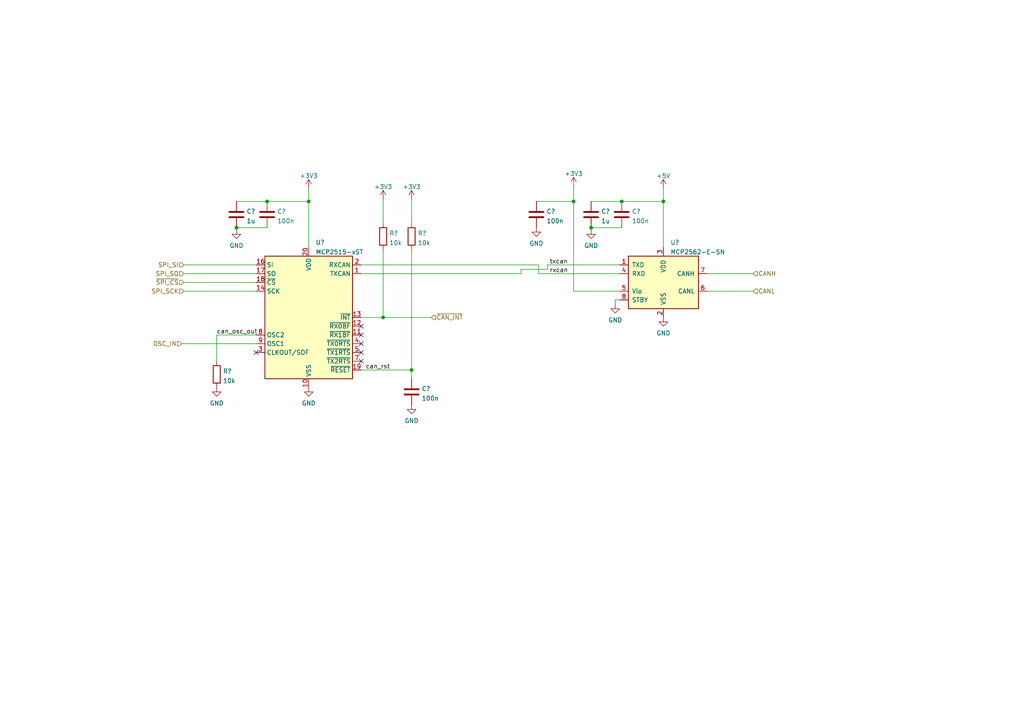
<source format=kicad_sch>
(kicad_sch (version 20211123) (generator eeschema)

  (uuid 150514bf-d99a-4bb0-a0fe-bdcc8a233933)

  (paper "A4")

  (lib_symbols
    (symbol "Device:C" (pin_numbers hide) (pin_names (offset 0.254)) (in_bom yes) (on_board yes)
      (property "Reference" "C" (id 0) (at 0.635 2.54 0)
        (effects (font (size 1.27 1.27)) (justify left))
      )
      (property "Value" "C" (id 1) (at 0.635 -2.54 0)
        (effects (font (size 1.27 1.27)) (justify left))
      )
      (property "Footprint" "" (id 2) (at 0.9652 -3.81 0)
        (effects (font (size 1.27 1.27)) hide)
      )
      (property "Datasheet" "~" (id 3) (at 0 0 0)
        (effects (font (size 1.27 1.27)) hide)
      )
      (property "ki_keywords" "cap capacitor" (id 4) (at 0 0 0)
        (effects (font (size 1.27 1.27)) hide)
      )
      (property "ki_description" "Unpolarized capacitor" (id 5) (at 0 0 0)
        (effects (font (size 1.27 1.27)) hide)
      )
      (property "ki_fp_filters" "C_*" (id 6) (at 0 0 0)
        (effects (font (size 1.27 1.27)) hide)
      )
      (symbol "C_0_1"
        (polyline
          (pts
            (xy -2.032 -0.762)
            (xy 2.032 -0.762)
          )
          (stroke (width 0.508) (type default) (color 0 0 0 0))
          (fill (type none))
        )
        (polyline
          (pts
            (xy -2.032 0.762)
            (xy 2.032 0.762)
          )
          (stroke (width 0.508) (type default) (color 0 0 0 0))
          (fill (type none))
        )
      )
      (symbol "C_1_1"
        (pin passive line (at 0 3.81 270) (length 2.794)
          (name "~" (effects (font (size 1.27 1.27))))
          (number "1" (effects (font (size 1.27 1.27))))
        )
        (pin passive line (at 0 -3.81 90) (length 2.794)
          (name "~" (effects (font (size 1.27 1.27))))
          (number "2" (effects (font (size 1.27 1.27))))
        )
      )
    )
    (symbol "Device:R" (pin_numbers hide) (pin_names (offset 0)) (in_bom yes) (on_board yes)
      (property "Reference" "R" (id 0) (at 2.032 0 90)
        (effects (font (size 1.27 1.27)))
      )
      (property "Value" "R" (id 1) (at 0 0 90)
        (effects (font (size 1.27 1.27)))
      )
      (property "Footprint" "" (id 2) (at -1.778 0 90)
        (effects (font (size 1.27 1.27)) hide)
      )
      (property "Datasheet" "~" (id 3) (at 0 0 0)
        (effects (font (size 1.27 1.27)) hide)
      )
      (property "ki_keywords" "R res resistor" (id 4) (at 0 0 0)
        (effects (font (size 1.27 1.27)) hide)
      )
      (property "ki_description" "Resistor" (id 5) (at 0 0 0)
        (effects (font (size 1.27 1.27)) hide)
      )
      (property "ki_fp_filters" "R_*" (id 6) (at 0 0 0)
        (effects (font (size 1.27 1.27)) hide)
      )
      (symbol "R_0_1"
        (rectangle (start -1.016 -2.54) (end 1.016 2.54)
          (stroke (width 0.254) (type default) (color 0 0 0 0))
          (fill (type none))
        )
      )
      (symbol "R_1_1"
        (pin passive line (at 0 3.81 270) (length 1.27)
          (name "~" (effects (font (size 1.27 1.27))))
          (number "1" (effects (font (size 1.27 1.27))))
        )
        (pin passive line (at 0 -3.81 90) (length 1.27)
          (name "~" (effects (font (size 1.27 1.27))))
          (number "2" (effects (font (size 1.27 1.27))))
        )
      )
    )
    (symbol "Interface_CAN_LIN:MCP2515-xST" (in_bom yes) (on_board yes)
      (property "Reference" "U" (id 0) (at -10.16 19.685 0)
        (effects (font (size 1.27 1.27)) (justify right))
      )
      (property "Value" "MCP2515-xST" (id 1) (at 19.05 20.32 0)
        (effects (font (size 1.27 1.27)) (justify right top))
      )
      (property "Footprint" "Package_SO:TSSOP-20_4.4x6.5mm_P0.65mm" (id 2) (at 0 -22.86 0)
        (effects (font (size 1.27 1.27) italic) hide)
      )
      (property "Datasheet" "http://ww1.microchip.com/downloads/en/DeviceDoc/21801e.pdf" (id 3) (at 2.54 -20.32 0)
        (effects (font (size 1.27 1.27)) hide)
      )
      (property "ki_keywords" "CAN Controller SPI" (id 4) (at 0 0 0)
        (effects (font (size 1.27 1.27)) hide)
      )
      (property "ki_description" "Stand-Alone CAN Controller with SPI Interface, TSSOP-20" (id 5) (at 0 0 0)
        (effects (font (size 1.27 1.27)) hide)
      )
      (property "ki_fp_filters" "TSSOP*4.4x6.5mm*P0.65mm*" (id 6) (at 0 0 0)
        (effects (font (size 1.27 1.27)) hide)
      )
      (symbol "MCP2515-xST_0_1"
        (rectangle (start -12.7 17.78) (end 12.7 -17.78)
          (stroke (width 0.254) (type default) (color 0 0 0 0))
          (fill (type background))
        )
      )
      (symbol "MCP2515-xST_1_1"
        (pin output line (at 15.24 12.7 180) (length 2.54)
          (name "TXCAN" (effects (font (size 1.27 1.27))))
          (number "1" (effects (font (size 1.27 1.27))))
        )
        (pin power_in line (at 0 -20.32 90) (length 2.54)
          (name "VSS" (effects (font (size 1.27 1.27))))
          (number "10" (effects (font (size 1.27 1.27))))
        )
        (pin output line (at 15.24 -5.08 180) (length 2.54)
          (name "~{RX1BF}" (effects (font (size 1.27 1.27))))
          (number "11" (effects (font (size 1.27 1.27))))
        )
        (pin output line (at 15.24 -2.54 180) (length 2.54)
          (name "~{RX0BF}" (effects (font (size 1.27 1.27))))
          (number "12" (effects (font (size 1.27 1.27))))
        )
        (pin output line (at 15.24 0 180) (length 2.54)
          (name "~{INT}" (effects (font (size 1.27 1.27))))
          (number "13" (effects (font (size 1.27 1.27))))
        )
        (pin input line (at -15.24 7.62 0) (length 2.54)
          (name "SCK" (effects (font (size 1.27 1.27))))
          (number "14" (effects (font (size 1.27 1.27))))
        )
        (pin no_connect line (at -12.7 -2.54 0) (length 2.54) hide
          (name "NC" (effects (font (size 1.27 1.27))))
          (number "15" (effects (font (size 1.27 1.27))))
        )
        (pin input line (at -15.24 15.24 0) (length 2.54)
          (name "SI" (effects (font (size 1.27 1.27))))
          (number "16" (effects (font (size 1.27 1.27))))
        )
        (pin output line (at -15.24 12.7 0) (length 2.54)
          (name "SO" (effects (font (size 1.27 1.27))))
          (number "17" (effects (font (size 1.27 1.27))))
        )
        (pin input line (at -15.24 10.16 0) (length 2.54)
          (name "~{CS}" (effects (font (size 1.27 1.27))))
          (number "18" (effects (font (size 1.27 1.27))))
        )
        (pin input line (at 15.24 -15.24 180) (length 2.54)
          (name "~{RESET}" (effects (font (size 1.27 1.27))))
          (number "19" (effects (font (size 1.27 1.27))))
        )
        (pin input line (at 15.24 15.24 180) (length 2.54)
          (name "RXCAN" (effects (font (size 1.27 1.27))))
          (number "2" (effects (font (size 1.27 1.27))))
        )
        (pin power_in line (at 0 20.32 270) (length 2.54)
          (name "VDD" (effects (font (size 1.27 1.27))))
          (number "20" (effects (font (size 1.27 1.27))))
        )
        (pin output line (at -15.24 -10.16 0) (length 2.54)
          (name "CLKOUT/SOF" (effects (font (size 1.27 1.27))))
          (number "3" (effects (font (size 1.27 1.27))))
        )
        (pin input line (at 15.24 -7.62 180) (length 2.54)
          (name "~{TX0RTS}" (effects (font (size 1.27 1.27))))
          (number "4" (effects (font (size 1.27 1.27))))
        )
        (pin input line (at 15.24 -10.16 180) (length 2.54)
          (name "~{TX1RTS}" (effects (font (size 1.27 1.27))))
          (number "5" (effects (font (size 1.27 1.27))))
        )
        (pin no_connect line (at -12.7 0 0) (length 2.54) hide
          (name "NC" (effects (font (size 1.27 1.27))))
          (number "6" (effects (font (size 1.27 1.27))))
        )
        (pin input line (at 15.24 -12.7 180) (length 2.54)
          (name "~{TX2RTS}" (effects (font (size 1.27 1.27))))
          (number "7" (effects (font (size 1.27 1.27))))
        )
        (pin output line (at -15.24 -5.08 0) (length 2.54)
          (name "OSC2" (effects (font (size 1.27 1.27))))
          (number "8" (effects (font (size 1.27 1.27))))
        )
        (pin input line (at -15.24 -7.62 0) (length 2.54)
          (name "OSC1" (effects (font (size 1.27 1.27))))
          (number "9" (effects (font (size 1.27 1.27))))
        )
      )
    )
    (symbol "Interface_CAN_LIN:MCP2562-E-SN" (pin_names (offset 1.016)) (in_bom yes) (on_board yes)
      (property "Reference" "U" (id 0) (at -10.16 8.89 0)
        (effects (font (size 1.27 1.27)) (justify left))
      )
      (property "Value" "MCP2562-E-SN" (id 1) (at 2.54 8.89 0)
        (effects (font (size 1.27 1.27)) (justify left))
      )
      (property "Footprint" "Package_SO:SOIC-8_3.9x4.9mm_P1.27mm" (id 2) (at 0 -12.7 0)
        (effects (font (size 1.27 1.27) italic) hide)
      )
      (property "Datasheet" "http://ww1.microchip.com/downloads/en/DeviceDoc/25167A.pdf" (id 3) (at 0 0 0)
        (effects (font (size 1.27 1.27)) hide)
      )
      (property "ki_keywords" "High-Speed CAN Transceiver" (id 4) (at 0 0 0)
        (effects (font (size 1.27 1.27)) hide)
      )
      (property "ki_description" "High-Speed CAN Transceiver, 1Mbps, 5V supply, Vio pin, -40C to +125C, SOIC-8" (id 5) (at 0 0 0)
        (effects (font (size 1.27 1.27)) hide)
      )
      (property "ki_fp_filters" "SOIC*3.9x4.9mm*P1.27mm*" (id 6) (at 0 0 0)
        (effects (font (size 1.27 1.27)) hide)
      )
      (symbol "MCP2562-E-SN_0_1"
        (rectangle (start -10.16 7.62) (end 10.16 -7.62)
          (stroke (width 0.254) (type default) (color 0 0 0 0))
          (fill (type background))
        )
      )
      (symbol "MCP2562-E-SN_1_1"
        (pin input line (at -12.7 5.08 0) (length 2.54)
          (name "TXD" (effects (font (size 1.27 1.27))))
          (number "1" (effects (font (size 1.27 1.27))))
        )
        (pin power_in line (at 0 -10.16 90) (length 2.54)
          (name "VSS" (effects (font (size 1.27 1.27))))
          (number "2" (effects (font (size 1.27 1.27))))
        )
        (pin power_in line (at 0 10.16 270) (length 2.54)
          (name "VDD" (effects (font (size 1.27 1.27))))
          (number "3" (effects (font (size 1.27 1.27))))
        )
        (pin output line (at -12.7 2.54 0) (length 2.54)
          (name "RXD" (effects (font (size 1.27 1.27))))
          (number "4" (effects (font (size 1.27 1.27))))
        )
        (pin power_in line (at -12.7 -2.54 0) (length 2.54)
          (name "Vio" (effects (font (size 1.27 1.27))))
          (number "5" (effects (font (size 1.27 1.27))))
        )
        (pin bidirectional line (at 12.7 -2.54 180) (length 2.54)
          (name "CANL" (effects (font (size 1.27 1.27))))
          (number "6" (effects (font (size 1.27 1.27))))
        )
        (pin bidirectional line (at 12.7 2.54 180) (length 2.54)
          (name "CANH" (effects (font (size 1.27 1.27))))
          (number "7" (effects (font (size 1.27 1.27))))
        )
        (pin input line (at -12.7 -5.08 0) (length 2.54)
          (name "STBY" (effects (font (size 1.27 1.27))))
          (number "8" (effects (font (size 1.27 1.27))))
        )
      )
    )
    (symbol "power:+3.3V" (power) (pin_names (offset 0)) (in_bom yes) (on_board yes)
      (property "Reference" "#PWR" (id 0) (at 0 -3.81 0)
        (effects (font (size 1.27 1.27)) hide)
      )
      (property "Value" "+3.3V" (id 1) (at 0 3.556 0)
        (effects (font (size 1.27 1.27)))
      )
      (property "Footprint" "" (id 2) (at 0 0 0)
        (effects (font (size 1.27 1.27)) hide)
      )
      (property "Datasheet" "" (id 3) (at 0 0 0)
        (effects (font (size 1.27 1.27)) hide)
      )
      (property "ki_keywords" "power-flag" (id 4) (at 0 0 0)
        (effects (font (size 1.27 1.27)) hide)
      )
      (property "ki_description" "Power symbol creates a global label with name \"+3.3V\"" (id 5) (at 0 0 0)
        (effects (font (size 1.27 1.27)) hide)
      )
      (symbol "+3.3V_0_1"
        (polyline
          (pts
            (xy -0.762 1.27)
            (xy 0 2.54)
          )
          (stroke (width 0) (type default) (color 0 0 0 0))
          (fill (type none))
        )
        (polyline
          (pts
            (xy 0 0)
            (xy 0 2.54)
          )
          (stroke (width 0) (type default) (color 0 0 0 0))
          (fill (type none))
        )
        (polyline
          (pts
            (xy 0 2.54)
            (xy 0.762 1.27)
          )
          (stroke (width 0) (type default) (color 0 0 0 0))
          (fill (type none))
        )
      )
      (symbol "+3.3V_1_1"
        (pin power_in line (at 0 0 90) (length 0) hide
          (name "+3V3" (effects (font (size 1.27 1.27))))
          (number "1" (effects (font (size 1.27 1.27))))
        )
      )
    )
    (symbol "power:+5V" (power) (pin_names (offset 0)) (in_bom yes) (on_board yes)
      (property "Reference" "#PWR" (id 0) (at 0 -3.81 0)
        (effects (font (size 1.27 1.27)) hide)
      )
      (property "Value" "+5V" (id 1) (at 0 3.556 0)
        (effects (font (size 1.27 1.27)))
      )
      (property "Footprint" "" (id 2) (at 0 0 0)
        (effects (font (size 1.27 1.27)) hide)
      )
      (property "Datasheet" "" (id 3) (at 0 0 0)
        (effects (font (size 1.27 1.27)) hide)
      )
      (property "ki_keywords" "power-flag" (id 4) (at 0 0 0)
        (effects (font (size 1.27 1.27)) hide)
      )
      (property "ki_description" "Power symbol creates a global label with name \"+5V\"" (id 5) (at 0 0 0)
        (effects (font (size 1.27 1.27)) hide)
      )
      (symbol "+5V_0_1"
        (polyline
          (pts
            (xy -0.762 1.27)
            (xy 0 2.54)
          )
          (stroke (width 0) (type default) (color 0 0 0 0))
          (fill (type none))
        )
        (polyline
          (pts
            (xy 0 0)
            (xy 0 2.54)
          )
          (stroke (width 0) (type default) (color 0 0 0 0))
          (fill (type none))
        )
        (polyline
          (pts
            (xy 0 2.54)
            (xy 0.762 1.27)
          )
          (stroke (width 0) (type default) (color 0 0 0 0))
          (fill (type none))
        )
      )
      (symbol "+5V_1_1"
        (pin power_in line (at 0 0 90) (length 0) hide
          (name "+5V" (effects (font (size 1.27 1.27))))
          (number "1" (effects (font (size 1.27 1.27))))
        )
      )
    )
    (symbol "power:GND" (power) (pin_names (offset 0)) (in_bom yes) (on_board yes)
      (property "Reference" "#PWR" (id 0) (at 0 -6.35 0)
        (effects (font (size 1.27 1.27)) hide)
      )
      (property "Value" "GND" (id 1) (at 0 -3.81 0)
        (effects (font (size 1.27 1.27)))
      )
      (property "Footprint" "" (id 2) (at 0 0 0)
        (effects (font (size 1.27 1.27)) hide)
      )
      (property "Datasheet" "" (id 3) (at 0 0 0)
        (effects (font (size 1.27 1.27)) hide)
      )
      (property "ki_keywords" "power-flag" (id 4) (at 0 0 0)
        (effects (font (size 1.27 1.27)) hide)
      )
      (property "ki_description" "Power symbol creates a global label with name \"GND\" , ground" (id 5) (at 0 0 0)
        (effects (font (size 1.27 1.27)) hide)
      )
      (symbol "GND_0_1"
        (polyline
          (pts
            (xy 0 0)
            (xy 0 -1.27)
            (xy 1.27 -1.27)
            (xy 0 -2.54)
            (xy -1.27 -1.27)
            (xy 0 -1.27)
          )
          (stroke (width 0) (type default) (color 0 0 0 0))
          (fill (type none))
        )
      )
      (symbol "GND_1_1"
        (pin power_in line (at 0 0 270) (length 0) hide
          (name "GND" (effects (font (size 1.27 1.27))))
          (number "1" (effects (font (size 1.27 1.27))))
        )
      )
    )
  )

  (junction (at 111.125 92.075) (diameter 0) (color 0 0 0 0)
    (uuid 22f1bfd8-e96b-4c69-be26-29389250ea4d)
  )
  (junction (at 68.58 66.04) (diameter 0) (color 0 0 0 0)
    (uuid 43270afe-9ac6-4eea-bfd4-eb3040b54c96)
  )
  (junction (at 119.38 107.315) (diameter 0) (color 0 0 0 0)
    (uuid 48eede09-1ced-423d-a0b8-29dd8af32c16)
  )
  (junction (at 166.37 58.42) (diameter 0) (color 0 0 0 0)
    (uuid 556c505f-a68c-487c-a11e-3238a6d6380d)
  )
  (junction (at 89.535 58.42) (diameter 0) (color 0 0 0 0)
    (uuid 65f5cf2a-3e90-49de-8cf8-8b9d6644c7c7)
  )
  (junction (at 180.34 58.42) (diameter 0) (color 0 0 0 0)
    (uuid be290daf-cdbf-49ef-b894-5fb50610a039)
  )
  (junction (at 192.405 58.42) (diameter 0) (color 0 0 0 0)
    (uuid bf0181b2-c8e0-4951-ae3b-f020b58acffd)
  )
  (junction (at 77.47 58.42) (diameter 0) (color 0 0 0 0)
    (uuid e57fa908-d0f1-4c72-b91b-e1e0c6505527)
  )
  (junction (at 171.45 66.04) (diameter 0) (color 0 0 0 0)
    (uuid ef9d82be-9633-4129-b65b-1b5ebb693912)
  )

  (no_connect (at 74.295 102.235) (uuid 385f235d-6f68-41bf-94e3-85c76f147cb3))
  (no_connect (at 104.775 94.615) (uuid 4561aa9a-2c3f-4fd6-bb03-a531514ecaa7))
  (no_connect (at 104.775 97.155) (uuid 4561aa9a-2c3f-4fd6-bb03-a531514ecaa7))
  (no_connect (at 104.775 99.695) (uuid 4561aa9a-2c3f-4fd6-bb03-a531514ecaa7))
  (no_connect (at 104.775 102.235) (uuid 4561aa9a-2c3f-4fd6-bb03-a531514ecaa7))
  (no_connect (at 104.775 104.775) (uuid 4561aa9a-2c3f-4fd6-bb03-a531514ecaa7))

  (wire (pts (xy 53.34 84.455) (xy 74.295 84.455))
    (stroke (width 0) (type default) (color 0 0 0 0))
    (uuid 08b02dec-ce22-4ec0-8429-2e0cc4a4dce7)
  )
  (wire (pts (xy 151.13 79.375) (xy 151.13 78.105))
    (stroke (width 0) (type default) (color 0 0 0 0))
    (uuid 18dc5551-431c-4368-b64a-ebe6696b3fe3)
  )
  (wire (pts (xy 111.125 92.075) (xy 125.095 92.075))
    (stroke (width 0) (type default) (color 0 0 0 0))
    (uuid 24c5f8fe-1856-4902-9ffc-ba128dd5c66c)
  )
  (wire (pts (xy 179.705 84.455) (xy 166.37 84.455))
    (stroke (width 0) (type default) (color 0 0 0 0))
    (uuid 2d996a8b-6122-438e-a4d9-601cb526df48)
  )
  (wire (pts (xy 156.21 76.835) (xy 104.775 76.835))
    (stroke (width 0) (type default) (color 0 0 0 0))
    (uuid 4a478b06-00a4-48d4-ad27-f9272122e442)
  )
  (wire (pts (xy 62.865 104.775) (xy 62.865 97.155))
    (stroke (width 0) (type default) (color 0 0 0 0))
    (uuid 4a87d1b1-d6c4-46ba-9bea-14b867d1f0b4)
  )
  (wire (pts (xy 158.75 78.105) (xy 151.13 78.105))
    (stroke (width 0) (type default) (color 0 0 0 0))
    (uuid 4ab6a67f-bc26-4d4e-b8bb-81e7206e4987)
  )
  (wire (pts (xy 192.405 54.61) (xy 192.405 58.42))
    (stroke (width 0) (type default) (color 0 0 0 0))
    (uuid 4b0cf8a2-78b1-4309-a532-e3e859a11327)
  )
  (wire (pts (xy 166.37 58.42) (xy 166.37 84.455))
    (stroke (width 0) (type default) (color 0 0 0 0))
    (uuid 52a3f77c-2b03-40fb-bd2c-a51b891cde0f)
  )
  (wire (pts (xy 104.775 92.075) (xy 111.125 92.075))
    (stroke (width 0) (type default) (color 0 0 0 0))
    (uuid 617a4db6-bbbf-453a-b2e7-c4c0ad39f35d)
  )
  (wire (pts (xy 166.37 53.975) (xy 166.37 58.42))
    (stroke (width 0) (type default) (color 0 0 0 0))
    (uuid 634c4d1e-d7db-43f5-a524-9335d892b61a)
  )
  (wire (pts (xy 68.58 58.42) (xy 77.47 58.42))
    (stroke (width 0) (type default) (color 0 0 0 0))
    (uuid 723947b4-2b08-40ba-933d-2acc43740bb3)
  )
  (wire (pts (xy 158.75 76.835) (xy 158.75 78.105))
    (stroke (width 0) (type default) (color 0 0 0 0))
    (uuid 73859df6-354c-4f4b-b984-9c44021999cc)
  )
  (wire (pts (xy 218.44 79.375) (xy 205.105 79.375))
    (stroke (width 0) (type default) (color 0 0 0 0))
    (uuid 7bfa30db-56d2-4ef3-b37f-8ec6cd360f6e)
  )
  (wire (pts (xy 77.47 58.42) (xy 89.535 58.42))
    (stroke (width 0) (type default) (color 0 0 0 0))
    (uuid 8061e7a7-18d7-4219-9e31-fe72c052753e)
  )
  (wire (pts (xy 111.125 57.785) (xy 111.125 64.77))
    (stroke (width 0) (type default) (color 0 0 0 0))
    (uuid 80ed62db-9314-41e0-92b2-90e056961162)
  )
  (wire (pts (xy 89.535 54.61) (xy 89.535 58.42))
    (stroke (width 0) (type default) (color 0 0 0 0))
    (uuid 8dc024d2-a14c-47cb-810d-ad4b79114c0b)
  )
  (wire (pts (xy 171.45 66.04) (xy 180.34 66.04))
    (stroke (width 0) (type default) (color 0 0 0 0))
    (uuid 94596c1e-a474-432d-9b34-ae81047e4c38)
  )
  (wire (pts (xy 156.21 79.375) (xy 156.21 76.835))
    (stroke (width 0) (type default) (color 0 0 0 0))
    (uuid 995ca72f-81eb-4a0a-bd3e-6dea223f40c9)
  )
  (wire (pts (xy 179.705 79.375) (xy 156.21 79.375))
    (stroke (width 0) (type default) (color 0 0 0 0))
    (uuid 9aae9710-6e2f-4bc2-9ec7-8811d003ff7f)
  )
  (wire (pts (xy 119.38 107.315) (xy 119.38 109.855))
    (stroke (width 0) (type default) (color 0 0 0 0))
    (uuid a426a4da-a378-4537-979b-0e64fc8dd099)
  )
  (wire (pts (xy 68.58 66.04) (xy 68.58 66.675))
    (stroke (width 0) (type default) (color 0 0 0 0))
    (uuid a46f5f40-1161-4bb9-bbc8-b22951c9a46b)
  )
  (wire (pts (xy 158.75 76.835) (xy 179.705 76.835))
    (stroke (width 0) (type default) (color 0 0 0 0))
    (uuid a53d8733-62db-4817-9100-091eebbd971a)
  )
  (wire (pts (xy 111.125 72.39) (xy 111.125 92.075))
    (stroke (width 0) (type default) (color 0 0 0 0))
    (uuid a7281985-c8e9-4561-a200-df5f27361c4a)
  )
  (wire (pts (xy 89.535 58.42) (xy 89.535 71.755))
    (stroke (width 0) (type default) (color 0 0 0 0))
    (uuid a948e60a-cc9a-42a6-a648-89fb7c306fcd)
  )
  (wire (pts (xy 104.775 107.315) (xy 119.38 107.315))
    (stroke (width 0) (type default) (color 0 0 0 0))
    (uuid af6a72ca-161b-43b0-a8aa-5f1524eaf6a7)
  )
  (wire (pts (xy 218.44 84.455) (xy 205.105 84.455))
    (stroke (width 0) (type default) (color 0 0 0 0))
    (uuid af85ea9d-02f3-4802-b85c-3a9c2fe38ef7)
  )
  (wire (pts (xy 171.45 66.04) (xy 171.45 66.675))
    (stroke (width 0) (type default) (color 0 0 0 0))
    (uuid b14ad3a7-0306-43e4-b108-7a8dfd369f68)
  )
  (wire (pts (xy 180.34 58.42) (xy 192.405 58.42))
    (stroke (width 0) (type default) (color 0 0 0 0))
    (uuid b446581f-a7d8-4173-894c-9d5efb00b443)
  )
  (wire (pts (xy 119.38 72.39) (xy 119.38 107.315))
    (stroke (width 0) (type default) (color 0 0 0 0))
    (uuid bad74a65-5edc-41f2-b4f9-e173f3800f25)
  )
  (wire (pts (xy 53.34 76.835) (xy 74.295 76.835))
    (stroke (width 0) (type default) (color 0 0 0 0))
    (uuid c8501361-976a-4078-8855-37527c8a171a)
  )
  (wire (pts (xy 178.435 86.995) (xy 179.705 86.995))
    (stroke (width 0) (type default) (color 0 0 0 0))
    (uuid c8844a2c-d18b-465f-a79b-f7aef0e50bec)
  )
  (wire (pts (xy 171.45 58.42) (xy 180.34 58.42))
    (stroke (width 0) (type default) (color 0 0 0 0))
    (uuid d4d35b33-a28c-4d03-b138-5ff45f3dd364)
  )
  (wire (pts (xy 192.405 58.42) (xy 192.405 71.755))
    (stroke (width 0) (type default) (color 0 0 0 0))
    (uuid dc43d8d0-34ec-4fff-8a34-990898fd49e9)
  )
  (wire (pts (xy 104.775 79.375) (xy 151.13 79.375))
    (stroke (width 0) (type default) (color 0 0 0 0))
    (uuid dc74bd73-29cf-4e2e-bdd8-1adb0796061b)
  )
  (wire (pts (xy 178.435 88.265) (xy 178.435 86.995))
    (stroke (width 0) (type default) (color 0 0 0 0))
    (uuid e6bd5303-6ca5-4304-9836-0fcce085160d)
  )
  (wire (pts (xy 53.34 81.915) (xy 74.295 81.915))
    (stroke (width 0) (type default) (color 0 0 0 0))
    (uuid e6f3b439-bf25-477d-9da5-3dfe2d065f73)
  )
  (wire (pts (xy 155.575 58.42) (xy 166.37 58.42))
    (stroke (width 0) (type default) (color 0 0 0 0))
    (uuid e7e0ef33-266a-46f5-af2b-c84b61ba89cd)
  )
  (wire (pts (xy 52.705 99.695) (xy 74.295 99.695))
    (stroke (width 0) (type default) (color 0 0 0 0))
    (uuid e7fbbdbb-ac04-4d7c-86f8-f5b2fabbee2a)
  )
  (wire (pts (xy 119.38 57.785) (xy 119.38 64.77))
    (stroke (width 0) (type default) (color 0 0 0 0))
    (uuid f16ef084-542c-401d-b279-b597ec1dc5a0)
  )
  (wire (pts (xy 68.58 66.04) (xy 77.47 66.04))
    (stroke (width 0) (type default) (color 0 0 0 0))
    (uuid f4421bcb-6b59-4783-82ee-069275d65c5f)
  )
  (wire (pts (xy 62.865 97.155) (xy 74.295 97.155))
    (stroke (width 0) (type default) (color 0 0 0 0))
    (uuid f5564c37-09a8-448a-8063-56d78bc2f81a)
  )
  (wire (pts (xy 53.34 79.375) (xy 74.295 79.375))
    (stroke (width 0) (type default) (color 0 0 0 0))
    (uuid feff9387-5e15-418a-9200-35e1268f8980)
  )

  (label "can_osc_out" (at 62.865 97.155 0)
    (effects (font (size 1.27 1.27)) (justify left bottom))
    (uuid 037ae34d-a269-4f9d-9daa-c6ff1580b3f3)
  )
  (label "rxcan" (at 159.385 79.375 0)
    (effects (font (size 1.27 1.27)) (justify left bottom))
    (uuid 136caaf6-8958-49a3-952c-fa825984452b)
  )
  (label "can_rst" (at 106.045 107.315 0)
    (effects (font (size 1.27 1.27)) (justify left bottom))
    (uuid 1f8b6373-fb03-43f0-b9aa-51c0063a72cb)
  )
  (label "txcan" (at 159.385 76.835 0)
    (effects (font (size 1.27 1.27)) (justify left bottom))
    (uuid 4ddd747c-1587-4778-94b3-b743b6efcccb)
  )

  (hierarchical_label "SPI_SO" (shape input) (at 53.34 79.375 180)
    (effects (font (size 1.27 1.27)) (justify right))
    (uuid 0bbc1eed-8f47-4bcf-a063-7ff6ca8d60ce)
  )
  (hierarchical_label "~{SPI_CS}" (shape input) (at 53.34 81.915 180)
    (effects (font (size 1.27 1.27)) (justify right))
    (uuid 41f7e4fd-2890-478e-a09e-28054986faaa)
  )
  (hierarchical_label "SPI_SCK" (shape input) (at 53.34 84.455 180)
    (effects (font (size 1.27 1.27)) (justify right))
    (uuid 4a1bcb77-b62e-4517-8c1b-5f306d27f511)
  )
  (hierarchical_label "OSC_IN" (shape input) (at 52.705 99.695 180)
    (effects (font (size 1.27 1.27)) (justify right))
    (uuid 6962cb27-27d5-4ec3-b2cd-be2947fa4c52)
  )
  (hierarchical_label "SPI_SI" (shape input) (at 53.34 76.835 180)
    (effects (font (size 1.27 1.27)) (justify right))
    (uuid 81847357-1b93-44f6-aa7b-a2508fabcb57)
  )
  (hierarchical_label "CANH" (shape input) (at 218.44 79.375 0)
    (effects (font (size 1.27 1.27)) (justify left))
    (uuid b5dd13ee-2b97-45df-90ba-8d24afb92ab3)
  )
  (hierarchical_label "~{CAN_INT}" (shape input) (at 125.095 92.075 0)
    (effects (font (size 1.27 1.27)) (justify left))
    (uuid b6c0dfd6-7802-40bd-83fd-b544ba71b59a)
  )
  (hierarchical_label "CANL" (shape input) (at 218.44 84.455 0)
    (effects (font (size 1.27 1.27)) (justify left))
    (uuid c111cdde-c96f-4779-9c06-d38e9ea47012)
  )

  (symbol (lib_id "power:GND") (at 171.45 66.675 0) (unit 1)
    (in_bom yes) (on_board yes) (fields_autoplaced)
    (uuid 05277498-2aad-4b27-a15c-1841c60fd381)
    (property "Reference" "#PWR?" (id 0) (at 171.45 73.025 0)
      (effects (font (size 1.27 1.27)) hide)
    )
    (property "Value" "GND" (id 1) (at 171.45 71.2375 0))
    (property "Footprint" "" (id 2) (at 171.45 66.675 0)
      (effects (font (size 1.27 1.27)) hide)
    )
    (property "Datasheet" "" (id 3) (at 171.45 66.675 0)
      (effects (font (size 1.27 1.27)) hide)
    )
    (pin "1" (uuid a73ff530-04f9-4bd3-ac1f-c59c2e7a3732))
  )

  (symbol (lib_id "power:GND") (at 119.38 117.475 0) (unit 1)
    (in_bom yes) (on_board yes) (fields_autoplaced)
    (uuid 168e12a5-8cb4-4ccc-845d-c4d7e748e307)
    (property "Reference" "#PWR?" (id 0) (at 119.38 123.825 0)
      (effects (font (size 1.27 1.27)) hide)
    )
    (property "Value" "GND" (id 1) (at 119.38 122.0375 0))
    (property "Footprint" "" (id 2) (at 119.38 117.475 0)
      (effects (font (size 1.27 1.27)) hide)
    )
    (property "Datasheet" "" (id 3) (at 119.38 117.475 0)
      (effects (font (size 1.27 1.27)) hide)
    )
    (pin "1" (uuid aca04ad2-a17a-4e16-b300-41a0e725d4e8))
  )

  (symbol (lib_id "Device:R") (at 119.38 68.58 0) (unit 1)
    (in_bom yes) (on_board yes) (fields_autoplaced)
    (uuid 1dd7c57c-555d-4173-a572-f4007198c409)
    (property "Reference" "R?" (id 0) (at 121.158 67.6715 0)
      (effects (font (size 1.27 1.27)) (justify left))
    )
    (property "Value" "10k" (id 1) (at 121.158 70.4466 0)
      (effects (font (size 1.27 1.27)) (justify left))
    )
    (property "Footprint" "Resistor_SMD:R_0603_1608Metric_Pad0.98x0.95mm_HandSolder" (id 2) (at 117.602 68.58 90)
      (effects (font (size 1.27 1.27)) hide)
    )
    (property "Datasheet" "~" (id 3) (at 119.38 68.58 0)
      (effects (font (size 1.27 1.27)) hide)
    )
    (pin "1" (uuid 250414a4-47e9-4320-b1fe-c036a24d1987))
    (pin "2" (uuid 694521c1-45bf-4c6a-bad9-363d2e36cc2e))
  )

  (symbol (lib_id "power:+5V") (at 192.405 54.61 0) (unit 1)
    (in_bom yes) (on_board yes) (fields_autoplaced)
    (uuid 4168ffd4-7b50-4eb6-a74e-c61ad709bbe5)
    (property "Reference" "#PWR?" (id 0) (at 192.405 58.42 0)
      (effects (font (size 1.27 1.27)) hide)
    )
    (property "Value" "+5V" (id 1) (at 192.405 51.0055 0))
    (property "Footprint" "" (id 2) (at 192.405 54.61 0)
      (effects (font (size 1.27 1.27)) hide)
    )
    (property "Datasheet" "" (id 3) (at 192.405 54.61 0)
      (effects (font (size 1.27 1.27)) hide)
    )
    (pin "1" (uuid 53593a25-3e5f-40ec-bc79-7bb11f76d5e7))
  )

  (symbol (lib_id "power:+3.3V") (at 111.125 57.785 0) (unit 1)
    (in_bom yes) (on_board yes) (fields_autoplaced)
    (uuid 42efd0d4-2af8-4685-a5dc-bdaa4d246ec7)
    (property "Reference" "#PWR?" (id 0) (at 111.125 61.595 0)
      (effects (font (size 1.27 1.27)) hide)
    )
    (property "Value" "+3.3V" (id 1) (at 111.125 54.1805 0))
    (property "Footprint" "" (id 2) (at 111.125 57.785 0)
      (effects (font (size 1.27 1.27)) hide)
    )
    (property "Datasheet" "" (id 3) (at 111.125 57.785 0)
      (effects (font (size 1.27 1.27)) hide)
    )
    (pin "1" (uuid 78e42aea-7384-4885-813f-f519fe5b986b))
  )

  (symbol (lib_id "Device:C") (at 171.45 62.23 0) (unit 1)
    (in_bom yes) (on_board yes) (fields_autoplaced)
    (uuid 4e32b900-5394-435c-b083-5a14f41a2b04)
    (property "Reference" "C?" (id 0) (at 174.371 61.3215 0)
      (effects (font (size 1.27 1.27)) (justify left))
    )
    (property "Value" "1u" (id 1) (at 174.371 64.0966 0)
      (effects (font (size 1.27 1.27)) (justify left))
    )
    (property "Footprint" "Capacitor_SMD:C_0603_1608Metric_Pad1.08x0.95mm_HandSolder" (id 2) (at 172.4152 66.04 0)
      (effects (font (size 1.27 1.27)) hide)
    )
    (property "Datasheet" "~" (id 3) (at 171.45 62.23 0)
      (effects (font (size 1.27 1.27)) hide)
    )
    (pin "1" (uuid ed6c207b-6cf2-455e-bcc1-2da0739577bf))
    (pin "2" (uuid 009cd4e2-5f77-4c49-99a3-a001b96a8847))
  )

  (symbol (lib_id "Device:R") (at 111.125 68.58 0) (unit 1)
    (in_bom yes) (on_board yes) (fields_autoplaced)
    (uuid 55f48836-e5fa-4547-842a-28260b01d9da)
    (property "Reference" "R?" (id 0) (at 112.903 67.6715 0)
      (effects (font (size 1.27 1.27)) (justify left))
    )
    (property "Value" "10k" (id 1) (at 112.903 70.4466 0)
      (effects (font (size 1.27 1.27)) (justify left))
    )
    (property "Footprint" "Resistor_SMD:R_0603_1608Metric_Pad0.98x0.95mm_HandSolder" (id 2) (at 109.347 68.58 90)
      (effects (font (size 1.27 1.27)) hide)
    )
    (property "Datasheet" "~" (id 3) (at 111.125 68.58 0)
      (effects (font (size 1.27 1.27)) hide)
    )
    (pin "1" (uuid bd609215-4533-4efa-86a6-37c9cf84fc34))
    (pin "2" (uuid c22136dd-6412-443a-963a-4cf3cec4baa7))
  )

  (symbol (lib_id "power:+3.3V") (at 89.535 54.61 0) (unit 1)
    (in_bom yes) (on_board yes) (fields_autoplaced)
    (uuid 5e5c0974-f935-4eb2-8cde-c2bfc2a8547b)
    (property "Reference" "#PWR?" (id 0) (at 89.535 58.42 0)
      (effects (font (size 1.27 1.27)) hide)
    )
    (property "Value" "+3.3V" (id 1) (at 89.535 51.0055 0))
    (property "Footprint" "" (id 2) (at 89.535 54.61 0)
      (effects (font (size 1.27 1.27)) hide)
    )
    (property "Datasheet" "" (id 3) (at 89.535 54.61 0)
      (effects (font (size 1.27 1.27)) hide)
    )
    (pin "1" (uuid e3ff4ef2-f7c3-4fba-a555-019f27e98d71))
  )

  (symbol (lib_id "power:GND") (at 62.865 112.395 0) (unit 1)
    (in_bom yes) (on_board yes) (fields_autoplaced)
    (uuid 6aef7400-353d-4b3f-b458-7685b092a591)
    (property "Reference" "#PWR?" (id 0) (at 62.865 118.745 0)
      (effects (font (size 1.27 1.27)) hide)
    )
    (property "Value" "GND" (id 1) (at 62.865 116.9575 0))
    (property "Footprint" "" (id 2) (at 62.865 112.395 0)
      (effects (font (size 1.27 1.27)) hide)
    )
    (property "Datasheet" "" (id 3) (at 62.865 112.395 0)
      (effects (font (size 1.27 1.27)) hide)
    )
    (pin "1" (uuid 1c9d3bc2-a513-4469-bb6b-5092c9b76c91))
  )

  (symbol (lib_id "power:GND") (at 178.435 88.265 0) (unit 1)
    (in_bom yes) (on_board yes) (fields_autoplaced)
    (uuid 6d0d481e-8c74-43eb-8bd9-5d8865579553)
    (property "Reference" "#PWR?" (id 0) (at 178.435 94.615 0)
      (effects (font (size 1.27 1.27)) hide)
    )
    (property "Value" "GND" (id 1) (at 178.435 92.8275 0))
    (property "Footprint" "" (id 2) (at 178.435 88.265 0)
      (effects (font (size 1.27 1.27)) hide)
    )
    (property "Datasheet" "" (id 3) (at 178.435 88.265 0)
      (effects (font (size 1.27 1.27)) hide)
    )
    (pin "1" (uuid dd186dab-a423-431d-ab23-81fd586931e2))
  )

  (symbol (lib_id "power:GND") (at 192.405 92.075 0) (unit 1)
    (in_bom yes) (on_board yes) (fields_autoplaced)
    (uuid 848eb311-ed44-4e33-8cd7-62b81b16a472)
    (property "Reference" "#PWR?" (id 0) (at 192.405 98.425 0)
      (effects (font (size 1.27 1.27)) hide)
    )
    (property "Value" "GND" (id 1) (at 192.405 96.6375 0))
    (property "Footprint" "" (id 2) (at 192.405 92.075 0)
      (effects (font (size 1.27 1.27)) hide)
    )
    (property "Datasheet" "" (id 3) (at 192.405 92.075 0)
      (effects (font (size 1.27 1.27)) hide)
    )
    (pin "1" (uuid 87111770-1adb-4a6c-ab20-9ab0e86af092))
  )

  (symbol (lib_id "power:+3.3V") (at 119.38 57.785 0) (unit 1)
    (in_bom yes) (on_board yes) (fields_autoplaced)
    (uuid 9080391e-6d83-4671-a476-bce646d92af1)
    (property "Reference" "#PWR?" (id 0) (at 119.38 61.595 0)
      (effects (font (size 1.27 1.27)) hide)
    )
    (property "Value" "+3.3V" (id 1) (at 119.38 54.1805 0))
    (property "Footprint" "" (id 2) (at 119.38 57.785 0)
      (effects (font (size 1.27 1.27)) hide)
    )
    (property "Datasheet" "" (id 3) (at 119.38 57.785 0)
      (effects (font (size 1.27 1.27)) hide)
    )
    (pin "1" (uuid 65ecbd5c-f2b6-452c-8327-0d6c58cb00b9))
  )

  (symbol (lib_id "power:GND") (at 155.575 66.04 0) (unit 1)
    (in_bom yes) (on_board yes) (fields_autoplaced)
    (uuid 9ffc6402-9066-4bda-a95e-529b0705756a)
    (property "Reference" "#PWR?" (id 0) (at 155.575 72.39 0)
      (effects (font (size 1.27 1.27)) hide)
    )
    (property "Value" "GND" (id 1) (at 155.575 70.6025 0))
    (property "Footprint" "" (id 2) (at 155.575 66.04 0)
      (effects (font (size 1.27 1.27)) hide)
    )
    (property "Datasheet" "" (id 3) (at 155.575 66.04 0)
      (effects (font (size 1.27 1.27)) hide)
    )
    (pin "1" (uuid 10ef12ab-223c-465e-bc61-0214c051b9c9))
  )

  (symbol (lib_id "Device:C") (at 77.47 62.23 0) (unit 1)
    (in_bom yes) (on_board yes) (fields_autoplaced)
    (uuid a06054d9-adcf-44bd-9ef5-0bf83b255c6b)
    (property "Reference" "C?" (id 0) (at 80.391 61.3215 0)
      (effects (font (size 1.27 1.27)) (justify left))
    )
    (property "Value" "100n" (id 1) (at 80.391 64.0966 0)
      (effects (font (size 1.27 1.27)) (justify left))
    )
    (property "Footprint" "Capacitor_SMD:C_0603_1608Metric_Pad1.08x0.95mm_HandSolder" (id 2) (at 78.4352 66.04 0)
      (effects (font (size 1.27 1.27)) hide)
    )
    (property "Datasheet" "~" (id 3) (at 77.47 62.23 0)
      (effects (font (size 1.27 1.27)) hide)
    )
    (pin "1" (uuid c391e625-0f11-41d2-95e5-8a55713aa091))
    (pin "2" (uuid 2d8e8047-4b15-4152-9b14-df1083a3d989))
  )

  (symbol (lib_id "Device:C") (at 119.38 113.665 0) (unit 1)
    (in_bom yes) (on_board yes) (fields_autoplaced)
    (uuid b24b39a8-d280-4e1a-814e-f44f4be7c8b8)
    (property "Reference" "C?" (id 0) (at 122.301 112.7565 0)
      (effects (font (size 1.27 1.27)) (justify left))
    )
    (property "Value" "100n" (id 1) (at 122.301 115.5316 0)
      (effects (font (size 1.27 1.27)) (justify left))
    )
    (property "Footprint" "Capacitor_SMD:C_0603_1608Metric_Pad1.08x0.95mm_HandSolder" (id 2) (at 120.3452 117.475 0)
      (effects (font (size 1.27 1.27)) hide)
    )
    (property "Datasheet" "~" (id 3) (at 119.38 113.665 0)
      (effects (font (size 1.27 1.27)) hide)
    )
    (pin "1" (uuid df247d59-97cc-4a51-a332-c922706722e0))
    (pin "2" (uuid a7f9c93d-f971-4b66-881e-35839f164fe8))
  )

  (symbol (lib_id "power:GND") (at 89.535 112.395 0) (unit 1)
    (in_bom yes) (on_board yes) (fields_autoplaced)
    (uuid bb51e113-02dc-48c8-ba86-459e4bf66ff6)
    (property "Reference" "#PWR?" (id 0) (at 89.535 118.745 0)
      (effects (font (size 1.27 1.27)) hide)
    )
    (property "Value" "GND" (id 1) (at 89.535 116.9575 0))
    (property "Footprint" "" (id 2) (at 89.535 112.395 0)
      (effects (font (size 1.27 1.27)) hide)
    )
    (property "Datasheet" "" (id 3) (at 89.535 112.395 0)
      (effects (font (size 1.27 1.27)) hide)
    )
    (pin "1" (uuid 1abe6008-a65e-48d2-9170-3d8e9e279e7a))
  )

  (symbol (lib_id "Interface_CAN_LIN:MCP2562-E-SN") (at 192.405 81.915 0) (unit 1)
    (in_bom yes) (on_board yes) (fields_autoplaced)
    (uuid cbc9635e-c289-4f86-9f45-7f87b519df22)
    (property "Reference" "U?" (id 0) (at 194.4244 70.3285 0)
      (effects (font (size 1.27 1.27)) (justify left))
    )
    (property "Value" "MCP2562-E-SN" (id 1) (at 194.4244 73.1036 0)
      (effects (font (size 1.27 1.27)) (justify left))
    )
    (property "Footprint" "Package_SO:SOIC-8_3.9x4.9mm_P1.27mm" (id 2) (at 192.405 94.615 0)
      (effects (font (size 1.27 1.27) italic) hide)
    )
    (property "Datasheet" "http://ww1.microchip.com/downloads/en/DeviceDoc/25167A.pdf" (id 3) (at 192.405 81.915 0)
      (effects (font (size 1.27 1.27)) hide)
    )
    (pin "1" (uuid 87ff953b-e9f6-43e1-8f19-58392c5d54c6))
    (pin "2" (uuid 7bee31e5-f950-41e3-97e4-8d9430445653))
    (pin "3" (uuid 220b6ba5-8710-4f72-aff0-e946a6574e30))
    (pin "4" (uuid 5d4a7e72-3dca-42d6-93f5-5a1045f44ddc))
    (pin "5" (uuid 91ee1098-3238-4fd8-8216-95f2e3de43a6))
    (pin "6" (uuid df41cf82-1feb-449d-b33d-49c81f38839b))
    (pin "7" (uuid ef2b3bdf-a742-4775-8c35-84ef26d158a0))
    (pin "8" (uuid 08dad142-1f33-4f6d-9a23-a6bf1950a1ec))
  )

  (symbol (lib_id "Interface_CAN_LIN:MCP2515-xST") (at 89.535 92.075 0) (unit 1)
    (in_bom yes) (on_board yes) (fields_autoplaced)
    (uuid ce06b629-e2ae-4f95-97d8-47fbd7746529)
    (property "Reference" "U?" (id 0) (at 91.5544 70.3285 0)
      (effects (font (size 1.27 1.27)) (justify left))
    )
    (property "Value" "MCP2515-xST" (id 1) (at 91.5544 73.1036 0)
      (effects (font (size 1.27 1.27)) (justify left))
    )
    (property "Footprint" "Package_SO:TSSOP-20_4.4x6.5mm_P0.65mm" (id 2) (at 89.535 114.935 0)
      (effects (font (size 1.27 1.27) italic) hide)
    )
    (property "Datasheet" "http://ww1.microchip.com/downloads/en/DeviceDoc/21801e.pdf" (id 3) (at 92.075 112.395 0)
      (effects (font (size 1.27 1.27)) hide)
    )
    (pin "1" (uuid 2464d090-f64d-486a-8c38-f4e063352f13))
    (pin "10" (uuid 8313d584-9f98-495a-8db4-16d09b7a12f6))
    (pin "11" (uuid e15ef0ad-06ad-48ff-ac26-d980c2301983))
    (pin "12" (uuid 9d1827d8-5224-42e3-9f78-52dcdf92f584))
    (pin "13" (uuid bcc15811-3df2-441b-a553-8e76c2a9b8ba))
    (pin "14" (uuid 5d9f3abd-e70c-482f-b656-b0947bd143b5))
    (pin "15" (uuid 9f7bc904-03c0-4d67-b3e2-a5cecc894f3c))
    (pin "16" (uuid 6a439828-c508-43a5-aabf-ff2dcf47cfa9))
    (pin "17" (uuid b78099eb-52b5-4d20-a618-63b7e2d0f9ef))
    (pin "18" (uuid 0768df2d-f8ec-4943-9a3a-8eb74bdd8085))
    (pin "19" (uuid 83d79bc8-d463-4c90-a6ff-1fc137bd5d91))
    (pin "2" (uuid e29bcf2a-24f0-4fd8-a28a-f5536f76469d))
    (pin "20" (uuid 97105883-9227-45b7-a8a2-717dd79149ed))
    (pin "3" (uuid 24a293ab-b4f1-4c46-bdc0-f567de4a7587))
    (pin "4" (uuid 3cf25425-de78-4690-b42e-e4ce901e5cec))
    (pin "5" (uuid cb1804b9-235b-4603-82ec-8fb5673f6b77))
    (pin "6" (uuid d7672fbf-07af-46cb-b25a-b1cf153688c3))
    (pin "7" (uuid c8517ce4-a784-4e7b-8655-21a2d84de657))
    (pin "8" (uuid 07db9705-ad79-40bf-a10c-47dd81069135))
    (pin "9" (uuid 3b736d8d-9aee-44c0-a7aa-46cd855216dc))
  )

  (symbol (lib_id "Device:C") (at 180.34 62.23 0) (unit 1)
    (in_bom yes) (on_board yes) (fields_autoplaced)
    (uuid d81953b3-9117-4a2e-a67f-f80779480530)
    (property "Reference" "C?" (id 0) (at 183.261 61.3215 0)
      (effects (font (size 1.27 1.27)) (justify left))
    )
    (property "Value" "100n" (id 1) (at 183.261 64.0966 0)
      (effects (font (size 1.27 1.27)) (justify left))
    )
    (property "Footprint" "Capacitor_SMD:C_0603_1608Metric_Pad1.08x0.95mm_HandSolder" (id 2) (at 181.3052 66.04 0)
      (effects (font (size 1.27 1.27)) hide)
    )
    (property "Datasheet" "~" (id 3) (at 180.34 62.23 0)
      (effects (font (size 1.27 1.27)) hide)
    )
    (pin "1" (uuid 8362317b-05c4-408b-9217-4a1bb5b6c6dc))
    (pin "2" (uuid 756dcc50-87f0-46f4-a919-6da6a90a9c64))
  )

  (symbol (lib_id "Device:C") (at 68.58 62.23 0) (unit 1)
    (in_bom yes) (on_board yes) (fields_autoplaced)
    (uuid dd81bc3c-bbf4-4b21-8542-4769086f874e)
    (property "Reference" "C?" (id 0) (at 71.501 61.3215 0)
      (effects (font (size 1.27 1.27)) (justify left))
    )
    (property "Value" "1u" (id 1) (at 71.501 64.0966 0)
      (effects (font (size 1.27 1.27)) (justify left))
    )
    (property "Footprint" "Capacitor_SMD:C_0603_1608Metric_Pad1.08x0.95mm_HandSolder" (id 2) (at 69.5452 66.04 0)
      (effects (font (size 1.27 1.27)) hide)
    )
    (property "Datasheet" "~" (id 3) (at 68.58 62.23 0)
      (effects (font (size 1.27 1.27)) hide)
    )
    (pin "1" (uuid ae84f521-a7a4-4bfc-8071-d0679572ef2d))
    (pin "2" (uuid 1a771779-37c2-41c9-9da7-1e3459792ce4))
  )

  (symbol (lib_id "power:+3.3V") (at 166.37 53.975 0) (unit 1)
    (in_bom yes) (on_board yes) (fields_autoplaced)
    (uuid e1071621-47d9-4ad5-b109-ff094e2eec8e)
    (property "Reference" "#PWR?" (id 0) (at 166.37 57.785 0)
      (effects (font (size 1.27 1.27)) hide)
    )
    (property "Value" "+3.3V" (id 1) (at 166.37 50.3705 0))
    (property "Footprint" "" (id 2) (at 166.37 53.975 0)
      (effects (font (size 1.27 1.27)) hide)
    )
    (property "Datasheet" "" (id 3) (at 166.37 53.975 0)
      (effects (font (size 1.27 1.27)) hide)
    )
    (pin "1" (uuid 6b0bd125-8e7d-4e87-97f5-0d4d53faa173))
  )

  (symbol (lib_id "power:GND") (at 68.58 66.675 0) (unit 1)
    (in_bom yes) (on_board yes) (fields_autoplaced)
    (uuid e2d6e1bb-ed48-4d77-bd91-2c16d9b7600a)
    (property "Reference" "#PWR?" (id 0) (at 68.58 73.025 0)
      (effects (font (size 1.27 1.27)) hide)
    )
    (property "Value" "GND" (id 1) (at 68.58 71.2375 0))
    (property "Footprint" "" (id 2) (at 68.58 66.675 0)
      (effects (font (size 1.27 1.27)) hide)
    )
    (property "Datasheet" "" (id 3) (at 68.58 66.675 0)
      (effects (font (size 1.27 1.27)) hide)
    )
    (pin "1" (uuid 674e8f19-6b72-45c2-82a9-20d295e69e4b))
  )

  (symbol (lib_id "Device:C") (at 155.575 62.23 0) (unit 1)
    (in_bom yes) (on_board yes) (fields_autoplaced)
    (uuid e4e693a3-ec0f-411b-9990-dc1041bef041)
    (property "Reference" "C?" (id 0) (at 158.496 61.3215 0)
      (effects (font (size 1.27 1.27)) (justify left))
    )
    (property "Value" "100n" (id 1) (at 158.496 64.0966 0)
      (effects (font (size 1.27 1.27)) (justify left))
    )
    (property "Footprint" "Capacitor_SMD:C_0603_1608Metric_Pad1.08x0.95mm_HandSolder" (id 2) (at 156.5402 66.04 0)
      (effects (font (size 1.27 1.27)) hide)
    )
    (property "Datasheet" "~" (id 3) (at 155.575 62.23 0)
      (effects (font (size 1.27 1.27)) hide)
    )
    (pin "1" (uuid 8a7edee7-d2c7-40ab-86ff-d4a792ffafa5))
    (pin "2" (uuid 220ffdd7-3a1c-4ca9-a4b9-9857a7e744b9))
  )

  (symbol (lib_id "Device:R") (at 62.865 108.585 0) (unit 1)
    (in_bom yes) (on_board yes) (fields_autoplaced)
    (uuid f9781fa5-7174-4920-ad5e-4c0386d6ad67)
    (property "Reference" "R?" (id 0) (at 64.643 107.6765 0)
      (effects (font (size 1.27 1.27)) (justify left))
    )
    (property "Value" "10k" (id 1) (at 64.643 110.4516 0)
      (effects (font (size 1.27 1.27)) (justify left))
    )
    (property "Footprint" "Resistor_SMD:R_0603_1608Metric_Pad0.98x0.95mm_HandSolder" (id 2) (at 61.087 108.585 90)
      (effects (font (size 1.27 1.27)) hide)
    )
    (property "Datasheet" "~" (id 3) (at 62.865 108.585 0)
      (effects (font (size 1.27 1.27)) hide)
    )
    (pin "1" (uuid 12f33230-a728-4218-8384-24d822e1002b))
    (pin "2" (uuid 508f6ff7-8852-4e09-a579-4c78a8a20e5a))
  )
)

</source>
